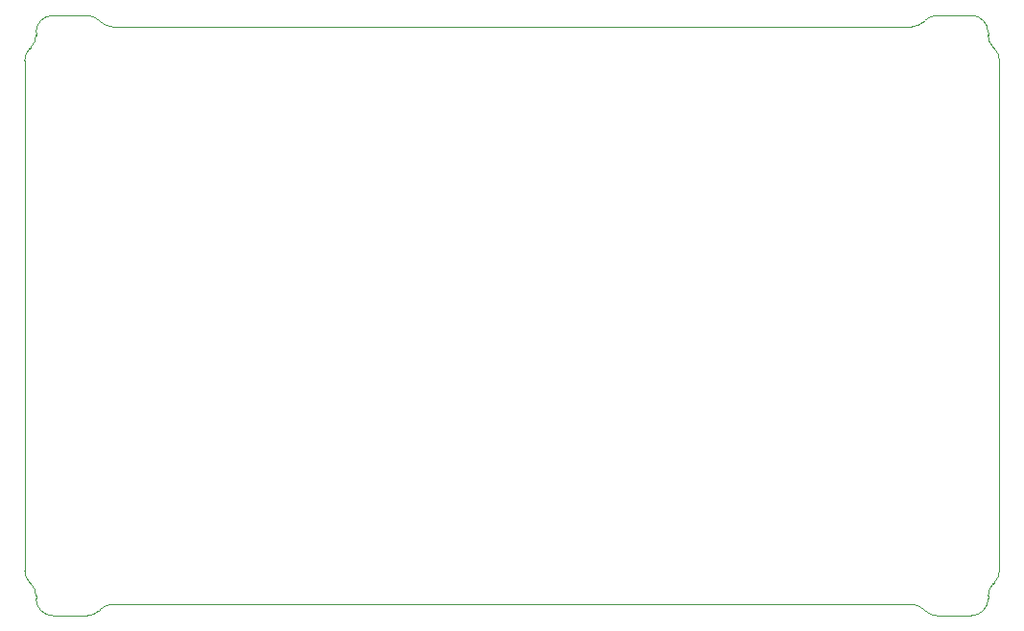
<source format=gbr>
G04 #@! TF.GenerationSoftware,KiCad,Pcbnew,5.1.5*
G04 #@! TF.CreationDate,2020-09-01T20:45:35+02:00*
G04 #@! TF.ProjectId,icE1usb,69634531-7573-4622-9e6b-696361645f70,1.0*
G04 #@! TF.SameCoordinates,Original*
G04 #@! TF.FileFunction,Profile,NP*
%FSLAX46Y46*%
G04 Gerber Fmt 4.6, Leading zero omitted, Abs format (unit mm)*
G04 Created by KiCad (PCBNEW 5.1.5) date 2020-09-01 20:45:35*
%MOMM*%
%LPD*%
G04 APERTURE LIST*
%ADD10C,0.050000*%
G04 APERTURE END LIST*
D10*
X42560660Y23560660D02*
G75*
G02X43000000Y22500000I-1060660J-1060660D01*
G01*
X42439340Y23689340D02*
G75*
G02X42000000Y24750000I1060660J1060660D01*
G01*
X42560660Y23560660D02*
X42439340Y23689340D01*
X42000000Y25000000D02*
G75*
G03X40500000Y26500000I-1500000J0D01*
G01*
X36310660Y25939340D02*
G75*
G02X35250000Y25500000I-1060660J1060660D01*
G01*
X42000000Y24750000D02*
X42000000Y25000000D01*
X36310660Y25939340D02*
X36439340Y26060660D01*
X36439340Y26060660D02*
G75*
G02X37500000Y26500000I1060660J-1060660D01*
G01*
X37500000Y26500000D02*
X40500000Y26500000D01*
X-42560660Y-23560660D02*
G75*
G02X-43000000Y-22500000I1060660J1060660D01*
G01*
X-42439340Y-23689340D02*
G75*
G02X-42000000Y-24750000I-1060660J-1060660D01*
G01*
X-42560660Y-23560660D02*
X-42439340Y-23689340D01*
X-42000000Y-25000000D02*
G75*
G03X-40500000Y-26500000I1500000J0D01*
G01*
X-36310660Y-25939340D02*
X-36439340Y-26060660D01*
X-42000000Y-24750000D02*
X-42000000Y-25000000D01*
X-36439340Y-26060660D02*
G75*
G02X-37500000Y-26500000I-1060660J1060660D01*
G01*
X-37500000Y-26500000D02*
X-40500000Y-26500000D01*
X-36310660Y-25939340D02*
G75*
G02X-35250000Y-25500000I1060660J-1060660D01*
G01*
X-42560660Y23560660D02*
G75*
G03X-43000000Y22500000I1060660J-1060660D01*
G01*
X-42439340Y23689340D02*
G75*
G03X-42000000Y24750000I-1060660J1060660D01*
G01*
X-42560660Y23560660D02*
X-42439340Y23689340D01*
X-42000000Y25000000D02*
G75*
G02X-40500000Y26500000I1500000J0D01*
G01*
X-36310660Y25939340D02*
X-36439340Y26060660D01*
X-42000000Y24750000D02*
X-42000000Y25000000D01*
X-36439340Y26060660D02*
G75*
G03X-37500000Y26500000I-1060660J-1060660D01*
G01*
X-37500000Y26500000D02*
X-40500000Y26500000D01*
X-36310660Y25939340D02*
G75*
G03X-35250000Y25500000I1060660J1060660D01*
G01*
X42000000Y-24750000D02*
X42000000Y-25000000D01*
X42560660Y-23560660D02*
X42439340Y-23689340D01*
X36310660Y-25939340D02*
X36439340Y-26060660D01*
X36439340Y-26060660D02*
G75*
G03X37500000Y-26500000I1060660J1060660D01*
G01*
X42000000Y-25000000D02*
G75*
G02X40500000Y-26500000I-1500000J0D01*
G01*
X42439340Y-23689340D02*
G75*
G03X42000000Y-24750000I1060660J-1060660D01*
G01*
X42560660Y-23560660D02*
G75*
G03X43000000Y-22500000I-1060660J1060660D01*
G01*
X36310660Y-25939340D02*
G75*
G03X35250000Y-25500000I-1060660J-1060660D01*
G01*
X37500000Y-26500000D02*
X40500000Y-26500000D01*
X-43000000Y-22500000D02*
X-43000000Y22500000D01*
X35250000Y-25500000D02*
X-35250000Y-25500000D01*
X43000000Y22500000D02*
X43000000Y-22500000D01*
X-35250000Y25500000D02*
X35250000Y25500000D01*
M02*

</source>
